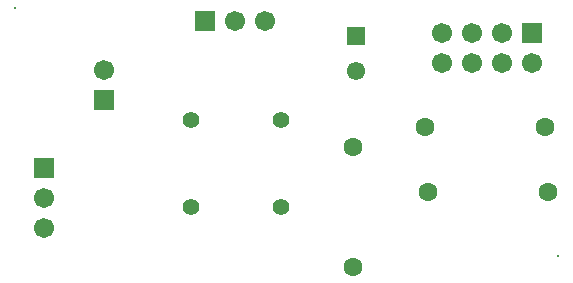
<source format=gbs>
%FSAX23Y23*%
%MOIN*%
G70*
G01*
G75*
G04 Layer_Color=16711935*
%ADD10R,0.059X0.059*%
%ADD11C,0.059*%
%ADD12R,0.053X0.053*%
%ADD13C,0.053*%
%ADD14C,0.055*%
%ADD15C,0.047*%
%ADD16R,0.059X0.059*%
%ADD17C,0.020*%
%ADD18C,0.010*%
%ADD19C,0.008*%
%ADD20C,0.008*%
%ADD21R,0.067X0.067*%
%ADD22C,0.067*%
%ADD23R,0.061X0.061*%
%ADD24C,0.061*%
%ADD25C,0.063*%
%ADD26C,0.055*%
%ADD27R,0.067X0.067*%
%ADD28C,0.008*%
D21*
X02680Y02830D02*
D03*
X03770Y02790D02*
D03*
D22*
X02780Y02830D02*
D03*
X02880D02*
D03*
X03470Y02690D02*
D03*
Y02790D02*
D03*
X03570Y02690D02*
D03*
Y02790D02*
D03*
X03670Y02690D02*
D03*
Y02790D02*
D03*
X03770Y02690D02*
D03*
X02345Y02665D02*
D03*
X02145Y02240D02*
D03*
Y02140D02*
D03*
D23*
X03185Y02779D02*
D03*
D24*
Y02661D02*
D03*
D25*
X03175Y02410D02*
D03*
Y02010D02*
D03*
X03415Y02475D02*
D03*
X03815D02*
D03*
X03425Y02260D02*
D03*
X03825D02*
D03*
D26*
X02935Y02500D02*
D03*
X02635D02*
D03*
X02935Y02210D02*
D03*
X02635D02*
D03*
D27*
X02345Y02565D02*
D03*
X02145Y02340D02*
D03*
D28*
X02047Y02874D02*
D03*
X03858Y02047D02*
D03*
M02*

</source>
